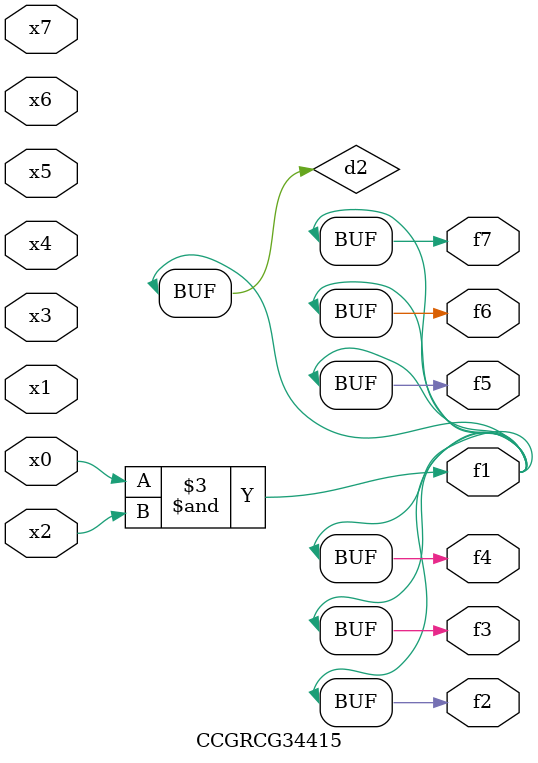
<source format=v>
module CCGRCG34415(
	input x0, x1, x2, x3, x4, x5, x6, x7,
	output f1, f2, f3, f4, f5, f6, f7
);

	wire d1, d2;

	nor (d1, x3, x6);
	and (d2, x0, x2);
	assign f1 = d2;
	assign f2 = d2;
	assign f3 = d2;
	assign f4 = d2;
	assign f5 = d2;
	assign f6 = d2;
	assign f7 = d2;
endmodule

</source>
